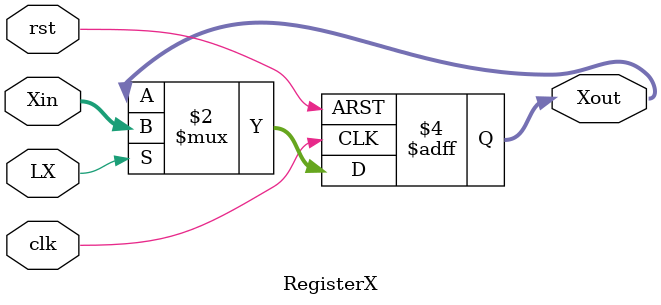
<source format=v>
`timescale 1ps/1ps

module RegisterX(input[15:0] Xin,input LX,clk,rst,output reg[15:0] Xout);

	always@(posedge clk,posedge rst) begin
		if(rst) Xout<=0; else begin
			if(LX) Xout<=Xin; 
		end
	end
	
endmodule
		
</source>
